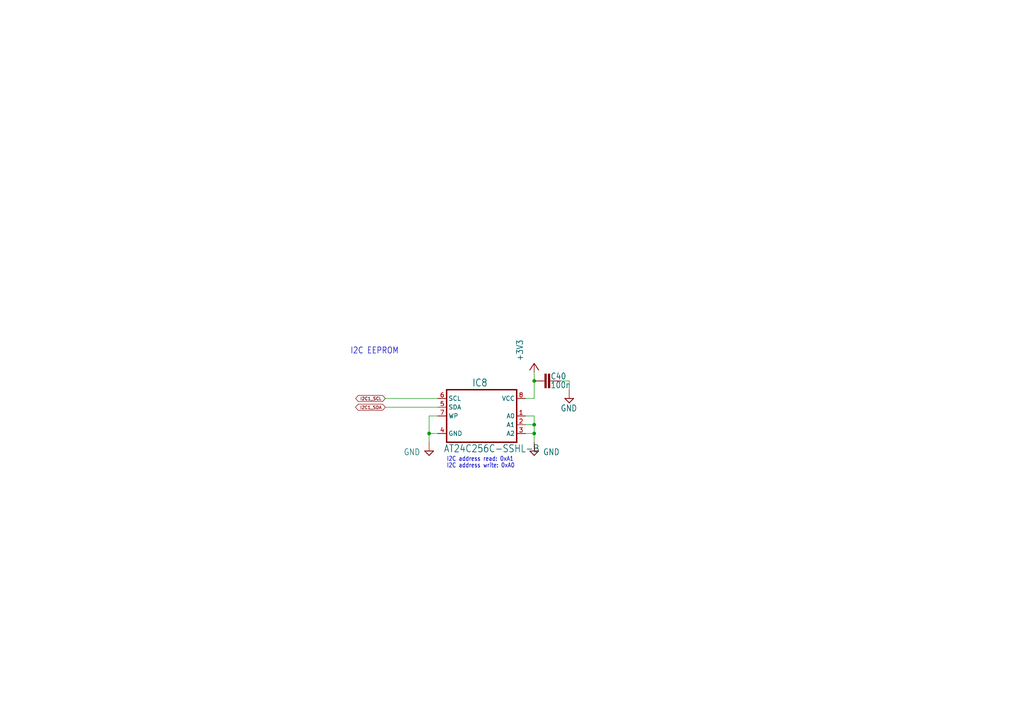
<source format=kicad_sch>
(kicad_sch (version 20230121) (generator eeschema)
  (paper "A4")
  (lib_symbols
    (symbol "EEZ_DIB_MCU_r3B4-eagle-import:+3V3" (power)
      (property "Value" "+3V3" (at -2.54 -5.08 90))
      (symbol "+3V3_1_0"
        (polyline (pts (xy 0 0) (xy -1.27 -1.905)) (stroke (width 0.254)))
        (polyline (pts (xy 1.27 -1.905) (xy 0 0)) (stroke (width 0.254)))
        (pin power_in line (at 0 -2.54 90) (length 2.54) (name "+3V3") (number "1"))
      )
    )
    (symbol "EEZ_DIB_MCU_r3B4-eagle-import:AT24CXXSOIC8"
      (property "Reference" "IC" (at -5.3594 8.4836 0))
      (property "Value" "AT24CXXSOIC8" (at -5.9944 -10.5918 0))
      (symbol "AT24CXXSOIC8_1_0"
        (polyline (pts (xy -10.16 -7.62) (xy 10.16 -7.62)) (stroke (width 0.4064)))
        (polyline (pts (xy -10.16 7.62) (xy -10.16 -7.62)) (stroke (width 0.4064)))
        (polyline (pts (xy 10.16 -7.62) (xy 10.16 7.62)) (stroke (width 0.4064)))
        (polyline (pts (xy 10.16 7.62) (xy -10.16 7.62)) (stroke (width 0.4064)))
        (pin input line (at 12.7 0 180) (length 2.54) (name "A0") (number "1"))
        (pin input line (at 12.7 -2.54 180) (length 2.54) (name "A1") (number "2"))
        (pin input line (at 12.7 -5.08 180) (length 2.54) (name "A2") (number "3"))
        (pin passive line (at -12.7 -5.08 0) (length 2.54) (name "GND") (number "4"))
        (pin bidirectional line (at -12.7 2.54 0) (length 2.54) (name "SDA") (number "5"))
        (pin bidirectional line (at -12.7 5.08 0) (length 2.54) (name "SCL") (number "6"))
        (pin input line (at -12.7 0 0) (length 2.54) (name "WP") (number "7"))
        (pin power_in line (at 12.7 5.08 180) (length 2.54) (name "VCC") (number "8"))
      )
    )
    (symbol "EEZ_DIB_MCU_r3B4-eagle-import:C-EUC0603"
      (property "Reference" "C" (at 1.524 0.381 0))
      (property "Value" "C-EUC0603" (at 1.524 -4.699 0))
      (symbol "C-EUC0603_1_0"
        (rectangle (start -2.032 -2.032) (end 2.032 -1.524) (fill (type outline)))
        (rectangle (start -2.032 -1.016) (end 2.032 -0.508) (fill (type outline)))
        (polyline (pts (xy 0 -2.54) (xy 0 -2.032)) (stroke (width 0.1524)))
        (polyline (pts (xy 0 0) (xy 0 -0.508)) (stroke (width 0.1524)))
        (pin passive line (at 0 2.54 270) (length 2.54) (name "1") (number "1"))
        (pin passive line (at 0 -5.08 90) (length 2.54) (name "2") (number "2"))
      )
    )
    (symbol "EEZ_DIB_MCU_r3B4-eagle-import:GND" (power)
      (property "Value" "GND" (at -1.905 -3.175 0))
      (symbol "GND_1_0"
        (polyline (pts (xy -1.27 0) (xy 1.27 0)) (stroke (width 0.254)))
        (polyline (pts (xy 0 -1.27) (xy -1.27 0)) (stroke (width 0.254)))
        (polyline (pts (xy 1.27 0) (xy 0 -1.27)) (stroke (width 0.254)))
        (pin power_in line (at 0 2.54 270) (length 2.54) (name "GND") (number "1"))
      )
    )
  )
  (junction (at 154.94 125.73))
  (junction (at 154.94 110.49))
  (junction (at 124.46 125.73))
  (junction (at 154.94 123.19))
  (wire (pts (xy 165.1 113.03) (xy 165.1 110.49)))
  (wire (pts (xy 124.46 125.73) (xy 124.46 128.27)))
  (wire (pts (xy 152.4 120.65) (xy 154.94 120.65)))
  (wire (pts (xy 154.94 123.19) (xy 154.94 125.73)))
  (wire (pts (xy 127 118.11) (xy 111.76 118.11)))
  (wire (pts (xy 124.46 120.65) (xy 124.46 125.73)))
  (wire (pts (xy 162.56 110.49) (xy 165.1 110.49)))
  (wire (pts (xy 154.94 115.57) (xy 152.4 115.57)))
  (wire (pts (xy 152.4 123.19) (xy 154.94 123.19)))
  (wire (pts (xy 154.94 110.49) (xy 154.94 115.57)))
  (wire (pts (xy 127 125.73) (xy 124.46 125.73)))
  (wire (pts (xy 154.94 128.27) (xy 154.94 125.73)))
  (wire (pts (xy 154.94 125.73) (xy 152.4 125.73)))
  (wire (pts (xy 124.46 120.65) (xy 127 120.65)))
  (wire (pts (xy 127 115.57) (xy 111.76 115.57)))
  (wire (pts (xy 154.94 120.65) (xy 154.94 123.19)))
  (wire (pts (xy 154.94 107.95) (xy 154.94 110.49)))
  (text "I2C address read: 0xA1" (at 129.54 133.985 0) (effects (font (size 1.27 1.0795)) (justify left bottom)))
  (text "I2C EEPROM" (at 101.6 102.87 0) (effects (font (size 1.778 1.5113)) (justify left bottom)))
  (text "I2C address write: 0xA0" (at 129.54 135.89 0) (effects (font (size 1.27 1.0795)) (justify left bottom)))
  (global_label "I2C1_SCL" (shape bidirectional) (at 111.76 115.57 180) (effects (font (size 0.889 0.889))) (property "Intersheetrefs" "${INTERSHEET_REFS}" (effects hide)))
  (global_label "I2C1_SDA" (shape bidirectional) (at 111.76 118.11 180) (effects (font (size 0.889 0.889))) (property "Intersheetrefs" "${INTERSHEET_REFS}" (effects hide)))
  (symbol (lib_id "EEZ_DIB_MCU_r3B4-eagle-import:GND") (at 165.1 115.57 0) (unit 1)
    (property "Reference" "#SUPPLY040" (effects hide))
    (property "Value" "GND" (at 162.56 119.38 0) (effects (font (size 1.778 1.5113)) (justify left bottom)))
    (property "Footprint" "EEZ_DIB_MCU_r3B4:" (effects hide))
  )
  (symbol (lib_id "EEZ_DIB_MCU_r3B4-eagle-import:AT24CXXSOIC8") (at 139.7 120.65 0) (unit 1)
    (property "Reference" "IC8" (at 136.8806 112.1664 0) (effects (font (size 2.0828 1.7703)) (justify left bottom)))
    (property "Value" "AT24C256C-SSHL-B" (at 128.6256 131.2418 0) (effects (font (size 2.0828 1.7703)) (justify left bottom)))
    (property "Footprint" "EEZ_DIB_MCU_r3B4:SOIC127P600X173-8N" (effects hide))
  )
  (symbol (lib_id "EEZ_DIB_MCU_r3B4-eagle-import:C-EUC0603") (at 160.02 110.49 270) (unit 1)
    (property "Reference" "C40" (at 159.639 110.109 90) (effects (font (size 1.778 1.5113)) (justify left bottom)))
    (property "Value" "100n" (at 159.639 112.649 90) (effects (font (size 1.778 1.5113)) (justify left bottom)))
    (property "Footprint" "Capacitor_SMD:C_0603_1608Metric" (effects hide))
  )
  (symbol (lib_id "EEZ_DIB_MCU_r3B4-eagle-import:+3V3") (at 154.94 105.41 0) (unit 1)
    (property "Reference" "#+3V03" (effects hide))
    (property "Value" "+3V3" (at 151.765 104.775 90) (effects (font (size 1.778 1.5113)) (justify left bottom)))
    (property "Footprint" "EEZ_DIB_MCU_r3B4:" (effects hide))
  )
  (symbol (lib_id "EEZ_DIB_MCU_r3B4-eagle-import:GND") (at 124.46 130.81 0) (unit 1)
    (property "Reference" "#SUPPLY036" (effects hide))
    (property "Value" "GND" (at 121.92 132.08 0) (effects (font (size 1.778 1.5113)) (justify right bottom)))
    (property "Footprint" "EEZ_DIB_MCU_r3B4:" (effects hide))
  )
  (symbol (lib_id "EEZ_DIB_MCU_r3B4-eagle-import:GND") (at 154.94 130.81 0) (unit 1)
    (property "Reference" "#SUPPLY039" (effects hide))
    (property "Value" "GND" (at 157.48 132.08 0) (effects (font (size 1.778 1.5113)) (justify left bottom)))
    (property "Footprint" "EEZ_DIB_MCU_r3B4:" (effects hide))
  )
)
</source>
